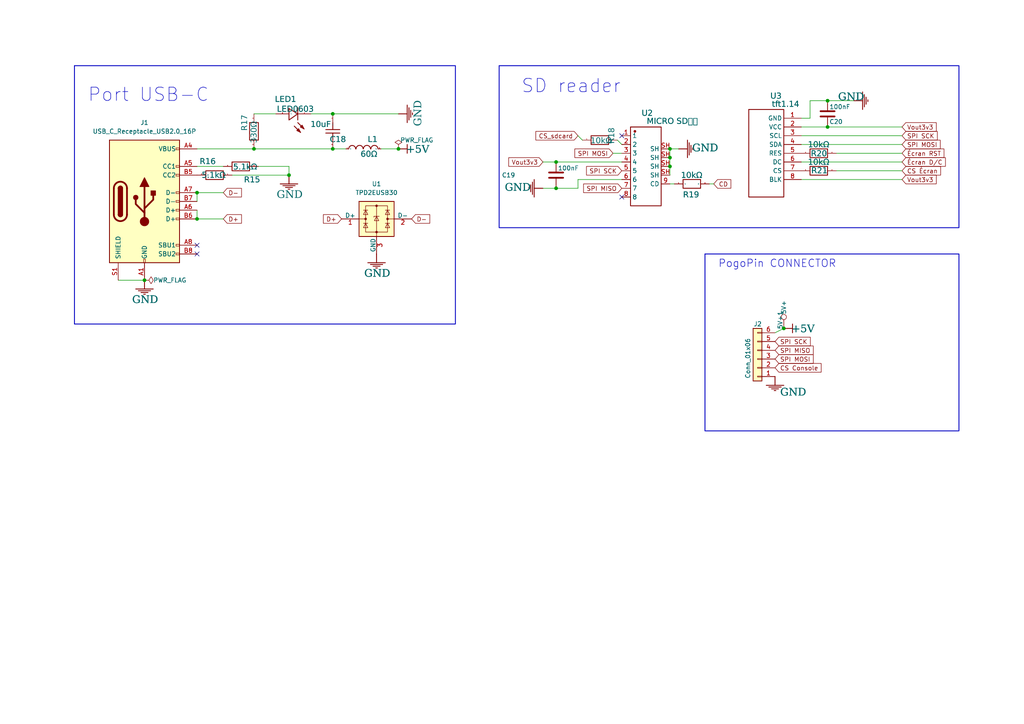
<source format=kicad_sch>
(kicad_sch (version 20250114) (generator "eeschema") (generator_version "9.0")
  (paper "A4")
  (lib_symbols
    (symbol "+5V" (power) (pin_numbers (hide yes)) (pin_names (hide yes))
      (property "Value" "+5V" (at 0 -3.81 0))
      (symbol "+5V_0_0"
        (polyline (pts (xy -1.27 -2.54) (xy 1.27 -2.54)) (stroke (width 0.254)))
        (polyline (pts (xy 0 0) (xy 0 -2.54)) (stroke (width 0.254)))
        (pin power_in line (at 0 0 270) (length 0) (name "+5V") (number "1"))
      )
    )
    (symbol "BLM21PG600SN1D"
      (property "Reference" "L1" (at 1.6002 0.8763 0))
      (property "Value" "60Ω" (at 1.6002 -1.4097 0))
      (symbol "BLM21PG600SN1D_0_0"
        (arc (start 0 4.2672) (mid 0.9906 3.2766) (end 0 2.2606) (stroke (width 0.254)))
        (arc (start 0 2.1336) (mid 1.016 1.1176) (end 0 0.1016) (stroke (width 0.254)))
        (arc (start 0 0) (mid 1.016 -1.016) (end 0 -2.032) (stroke (width 0.254)))
        (arc (start 0 -2.1844) (mid 1.016 -3.2004) (end 0 -4.2164) (stroke (width 0.254)))
        (pin unspecified line (at 0 5.08 270) (length 0.762) (name "1") (number "1"))
        (pin unspecified line (at 0 -5.08 90) (length 0.762) (name "2") (number "2"))
      )
    )
    (symbol "CR0603F360KP05Z_10"
      (property "Reference" "R22" (at -2.159 0.9017 0))
      (property "Value" "10kΩ" (at -3.4544 3.4163 0))
      (symbol "CR0603F360KP05Z_10_0_0"
        (rectangle (start -2.54 1.27) (end 2.54 -1.27) (stroke (width 0.254)))
        (pin unspecified line (at -5.08 0 0) (length 2.54) (name "2") (number "2"))
        (pin unspecified line (at 5.08 0 180) (length 2.54) (name "1") (number "1"))
      )
    )
    (symbol "CR0603F360KP05Z_4"
      (property "Reference" "R2" (at -1.4986 0.9017 0))
      (property "Value" "10kΩ" (at -3.4544 3.4163 0))
      (symbol "CR0603F360KP05Z_4_0_0"
        (rectangle (start -2.54 1.27) (end 2.54 -1.27) (stroke (width 0.254)))
        (pin unspecified line (at -5.08 0 0) (length 2.54) (name "2") (number "2"))
        (pin unspecified line (at 5.08 0 180) (length 2.54) (name "1") (number "1"))
      )
    )
    (symbol "CR0603F360KP05Z_5"
      (property "Reference" "R12" (at -1.4986 0.9017 0))
      (property "Value" "10kΩ" (at -3.4544 3.4163 0))
      (symbol "CR0603F360KP05Z_5_0_0"
        (rectangle (start -2.54 1.27) (end 2.54 -1.27) (stroke (width 0.254)))
        (pin unspecified line (at -5.08 0 0) (length 2.54) (name "2") (number "2"))
        (pin unspecified line (at 5.08 0 180) (length 2.54) (name "1") (number "1"))
      )
    )
    (symbol "CR0603F360KP05Z_6"
      (property "Reference" "R13" (at -2.159 0.9017 0))
      (property "Value" "10kΩ" (at -3.4544 3.4163 0))
      (symbol "CR0603F360KP05Z_6_0_0"
        (rectangle (start -2.54 1.27) (end 2.54 -1.27) (stroke (width 0.254)))
        (pin unspecified line (at -5.08 0 0) (length 2.54) (name "2") (number "2"))
        (pin unspecified line (at 5.08 0 180) (length 2.54) (name "1") (number "1"))
      )
    )
    (symbol "Connector:TestPoint" (pin_numbers (hide yes)) (pin_names (offset 0.762) (hide yes))
      (property "Reference" "TP" (at 0 6.858 0))
      (property "Value" "TestPoint" (at 0 5.08 0))
      (symbol "TestPoint_0_1"
        (circle (center 0 3.302) (radius 0.762))
      )
      (symbol "TestPoint_1_1"
        (pin passive line (at 0 0 90) (length 2.54) (name "1") (number "1"))
      )
    )
    (symbol "Connector:USB_C_Receptacle_USB2.0_16P" (pin_names (offset 1.016))
      (property "Reference" "J" (at 0 22.225 0))
      (property "Value" "USB_C_Receptacle_USB2.0_16P" (at 0 19.685 0))
      (symbol "USB_C_Receptacle_USB2.0_16P_0_0"
        (rectangle (start -0.254 -17.78) (end 0.254 -16.764))
        (rectangle (start 10.16 15.494) (end 9.144 14.986))
        (rectangle (start 10.16 10.414) (end 9.144 9.906))
        (rectangle (start 10.16 7.874) (end 9.144 7.366))
        (rectangle (start 10.16 2.794) (end 9.144 2.286))
        (rectangle (start 10.16 0.254) (end 9.144 -0.254))
        (rectangle (start 10.16 -2.286) (end 9.144 -2.794))
        (rectangle (start 10.16 -4.826) (end 9.144 -5.334))
        (rectangle (start 10.16 -12.446) (end 9.144 -12.954))
        (rectangle (start 10.16 -14.986) (end 9.144 -15.494))
      )
      (symbol "USB_C_Receptacle_USB2.0_16P_0_1"
        (rectangle (start -10.16 17.78) (end 10.16 -17.78) (stroke (width 0.254)) (fill (type background)))
        (polyline (pts (xy -8.89 -3.81) (xy -8.89 3.81)) (stroke (width 0.508)))
        (rectangle (start -7.62 -3.81) (end -6.35 3.81) (stroke (width 0.254)) (fill (type outline)))
        (arc (start -7.62 3.81) (mid -6.985 4.4423) (end -6.35 3.81) (stroke (width 0.254)))
        (arc (start -7.62 3.81) (mid -6.985 4.4423) (end -6.35 3.81) (stroke (width 0.254)) (fill (type outline)))
        (arc (start -8.89 3.81) (mid -6.985 5.7067) (end -5.08 3.81) (stroke (width 0.508)))
        (arc (start -5.08 -3.81) (mid -6.985 -5.7067) (end -8.89 -3.81) (stroke (width 0.508)))
        (arc (start -6.35 -3.81) (mid -6.985 -4.4423) (end -7.62 -3.81) (stroke (width 0.254)))
        (arc (start -6.35 -3.81) (mid -6.985 -4.4423) (end -7.62 -3.81) (stroke (width 0.254)) (fill (type outline)))
        (polyline (pts (xy -5.08 3.81) (xy -5.08 -3.81)) (stroke (width 0.508)))
        (circle (center -2.54 1.143) (radius 0.635) (stroke (width 0.254)) (fill (type outline)))
        (polyline (pts (xy -1.27 4.318) (xy 0 6.858) (xy 1.27 4.318) (xy -1.27 4.318)) (stroke (width 0.254)) (fill (type outline)))
        (polyline (pts (xy 0 -2.032) (xy 2.54 0.508) (xy 2.54 1.778)) (stroke (width 0.508)))
        (polyline (pts (xy 0 -3.302) (xy -2.54 -0.762) (xy -2.54 0.508)) (stroke (width 0.508)))
        (polyline (pts (xy 0 -5.842) (xy 0 4.318)) (stroke (width 0.508)))
        (circle (center 0 -5.842) (radius 1.27) (fill (type outline)))
        (rectangle (start 1.905 1.778) (end 3.175 3.048) (stroke (width 0.254)) (fill (type outline)))
      )
      (symbol "USB_C_Receptacle_USB2.0_16P_1_1"
        (pin passive line (at -7.62 -22.86 90) (length 5.08) (name "SHIELD") (number "S1"))
        (pin passive line (at 0 -22.86 90) (length 5.08) (name "GND") (number "A1"))
        (pin passive line (at 0 -22.86 90) (length 5.08) (hide yes) (name "GND") (number "A12"))
        (pin passive line (at 0 -22.86 90) (length 5.08) (hide yes) (name "GND") (number "B1"))
        (pin passive line (at 0 -22.86 90) (length 5.08) (hide yes) (name "GND") (number "B12"))
        (pin passive line (at 15.24 15.24 180) (length 5.08) (name "VBUS") (number "A4"))
        (pin passive line (at 15.24 15.24 180) (length 5.08) (hide yes) (name "VBUS") (number "A9"))
        (pin passive line (at 15.24 15.24 180) (length 5.08) (hide yes) (name "VBUS") (number "B4"))
        (pin passive line (at 15.24 15.24 180) (length 5.08) (hide yes) (name "VBUS") (number "B9"))
        (pin bidirectional line (at 15.24 10.16 180) (length 5.08) (name "CC1") (number "A5"))
        (pin bidirectional line (at 15.24 7.62 180) (length 5.08) (name "CC2") (number "B5"))
        (pin bidirectional line (at 15.24 2.54 180) (length 5.08) (name "D-") (number "A7"))
        (pin bidirectional line (at 15.24 0 180) (length 5.08) (name "D-") (number "B7"))
        (pin bidirectional line (at 15.24 -2.54 180) (length 5.08) (name "D+") (number "A6"))
        (pin bidirectional line (at 15.24 -5.08 180) (length 5.08) (name "D+") (number "B6"))
        (pin bidirectional line (at 15.24 -12.7 180) (length 5.08) (name "SBU1") (number "A8"))
        (pin bidirectional line (at 15.24 -15.24 180) (length 5.08) (name "SBU2") (number "B8"))
      )
    )
    (symbol "Connector_Generic:Conn_01x06" (pin_names (offset 1.016) (hide yes))
      (property "Reference" "J" (at 0 7.62 0))
      (property "Value" "Conn_01x06" (at 0 -10.16 0))
      (symbol "Conn_01x06_1_1"
        (rectangle (start -1.27 6.35) (end 1.27 -8.89) (stroke (width 0.254)) (fill (type background)))
        (rectangle (start -1.27 5.207) (end 0 4.953) (stroke (width 0.1524)))
        (rectangle (start -1.27 2.667) (end 0 2.413) (stroke (width 0.1524)))
        (rectangle (start -1.27 0.127) (end 0 -0.127) (stroke (width 0.1524)))
        (rectangle (start -1.27 -2.413) (end 0 -2.667) (stroke (width 0.1524)))
        (rectangle (start -1.27 -4.953) (end 0 -5.207) (stroke (width 0.1524)))
        (rectangle (start -1.27 -7.493) (end 0 -7.747) (stroke (width 0.1524)))
        (pin passive line (at -5.08 5.08 0) (length 3.81) (name "Pin_1") (number "1"))
        (pin passive line (at -5.08 2.54 0) (length 3.81) (name "Pin_2") (number "2"))
        (pin passive line (at -5.08 0 0) (length 3.81) (name "Pin_3") (number "3"))
        (pin passive line (at -5.08 -2.54 0) (length 3.81) (name "Pin_4") (number "4"))
        (pin passive line (at -5.08 -5.08 0) (length 3.81) (name "Pin_5") (number "5"))
        (pin passive line (at -5.08 -7.62 0) (length 3.81) (name "Pin_6") (number "6"))
      )
    )
    (symbol "Device:C" (pin_numbers (hide yes)) (pin_names (offset 0.254))
      (property "Reference" "C" (at 0.635 2.54 0))
      (property "Value" "C" (at 0.635 -2.54 0))
      (symbol "C_0_1"
        (polyline (pts (xy -2.032 0.762) (xy 2.032 0.762)) (stroke (width 0.508)))
        (polyline (pts (xy -2.032 -0.762) (xy 2.032 -0.762)) (stroke (width 0.508)))
      )
      (symbol "C_1_1"
        (pin passive line (at 0 3.81 270) (length 2.794) (name "~") (number "1"))
        (pin passive line (at 0 -3.81 90) (length 2.794) (name "~") (number "2"))
      )
    )
    (symbol "GND" (power) (pin_numbers (hide yes)) (pin_names (hide yes))
      (property "Value" "GND" (at 0 -6.35 0))
      (symbol "GND_0_0"
        (polyline (pts (xy -2.54 -2.54) (xy 2.54 -2.54)) (stroke (width 0.254)))
        (polyline (pts (xy -1.778 -3.048) (xy 1.778 -3.048)) (stroke (width 0.254)))
        (polyline (pts (xy -1.016 -3.556) (xy 1.016 -3.556)) (stroke (width 0.254)))
        (polyline (pts (xy -0.254 -4.064) (xy 0.254 -4.064)) (stroke (width 0.254)))
        (polyline (pts (xy 0 0) (xy 0 -2.54)) (stroke (width 0.254)))
        (pin power_in line (at 0 0 270) (length 0) (name "GND") (number "1"))
      )
    )
    (symbol "MICRO SD卡座"
      (property "Reference" "U51" (at -0.5842 15.0241 0))
      (property "Value" "MICRO SD卡座" (at -0.5842 12.7381 0))
      (symbol "MICRO SD卡座_0_0"
        (rectangle (start -3.81 10.16) (end 5.08 -12.7) (stroke (width 0.254)))
        (circle (center -2.54 8.89) (radius 0.254) (stroke (width 0.254)) (fill (type outline)))
        (pin unspecified line (at -6.35 7.62 0) (length 2.54) (name "1") (number "1"))
        (pin unspecified line (at -6.35 5.08 0) (length 2.54) (name "2") (number "2"))
        (pin unspecified line (at -6.35 2.54 0) (length 2.54) (name "3") (number "3"))
        (pin unspecified line (at -6.35 0 0) (length 2.54) (name "4") (number "4"))
        (pin unspecified line (at -6.35 -2.54 0) (length 2.54) (name "5") (number "5"))
        (pin unspecified line (at -6.35 -5.08 0) (length 2.54) (name "6") (number "6"))
        (pin unspecified line (at -6.35 -7.62 0) (length 2.54) (name "7") (number "7"))
        (pin unspecified line (at -6.35 -10.16 0) (length 2.54) (name "8") (number "8"))
      )
      (symbol "MICRO SD卡座_1_0"
        (pin unspecified line (at 7.62 3.81 180) (length 2.54) (name "SH") (number "SH"))
        (pin unspecified line (at 7.62 1.27 180) (length 2.54) (name "SH") (number "SH"))
        (pin unspecified line (at 7.62 -1.27 180) (length 2.54) (name "SH") (number "SH"))
        (pin unspecified line (at 7.62 -3.81 180) (length 2.54) (name "SH") (number "SH"))
      )
      (symbol "MICRO SD卡座_1_1"
        (pin input line (at 7.62 -6.35 180) (length 2.54) (name "CD") (number "9"))
      )
    )
    (symbol "Power_Protection:TPD2EUSB30" (pin_names (offset 0))
      (property "Reference" "U" (at 0 6.35 0))
      (property "Value" "TPD2EUSB30" (at 7.62 -7.62 0))
      (symbol "TPD2EUSB30_0_1"
        (rectangle (start -5.08 5.08) (end 5.08 -5.08) (stroke (width 0.254)) (fill (type background)))
        (polyline (pts (xy -5.08 0) (xy -3.175 0)))
        (polyline (pts (xy -3.81 2.54) (xy -2.54 2.54)))
        (polyline (pts (xy -3.81 -1.27) (xy -2.54 -1.27)))
        (rectangle (start -3.175 3.81) (end 3.175 -3.81))
        (circle (center -3.175 0) (radius 0.2794) (fill (type outline)))
        (polyline (pts (xy -2.54 1.27) (xy -3.81 1.27) (xy -3.175 2.54) (xy -2.54 1.27)))
        (polyline (pts (xy -2.54 -2.54) (xy -3.81 -2.54) (xy -3.175 -1.27) (xy -2.54 -2.54)))
        (circle (center 0 3.81) (radius 0.2794) (fill (type outline)))
        (polyline (pts (xy 0 3.81) (xy 0 -5.08)))
        (circle (center 0 -3.81) (radius 0.2794) (fill (type outline)))
        (polyline (pts (xy 0.635 -0.508) (xy -0.635 -0.508) (xy 0 0.762) (xy 0.635 -0.508)))
        (polyline (pts (xy 0.762 0.762) (xy -0.762 0.762) (xy -0.762 0.508)))
        (polyline (pts (xy 2.54 2.54) (xy 3.81 2.54)))
        (polyline (pts (xy 2.54 -1.27) (xy 3.81 -1.27)))
        (circle (center 3.175 0) (radius 0.2794) (fill (type outline)))
        (polyline (pts (xy 3.81 1.27) (xy 2.54 1.27) (xy 3.175 2.54) (xy 3.81 1.27)))
        (polyline (pts (xy 3.81 -2.54) (xy 2.54 -2.54) (xy 3.175 -1.27) (xy 3.81 -2.54)))
        (polyline (pts (xy 5.08 0) (xy 3.175 0)))
      )
      (symbol "TPD2EUSB30_1_1"
        (pin passive line (at -10.16 0 0) (length 5.08) (name "D+") (number "1"))
        (pin passive line (at 0 -10.16 90) (length 5.08) (name "GND") (number "3"))
        (pin passive line (at 10.16 0 180) (length 5.08) (name "D-") (number "2"))
      )
    )
    (symbol "TC0250D3300TCC"
      (property "Reference" "R17" (at -5.969 3.3655 0))
      (property "Value" "330Ω" (at -7.9248 0.8509 0))
      (symbol "TC0250D3300TCC_0_0"
        (rectangle (start -1.27 2.54) (end 1.27 -2.54) (stroke (width 0.254)))
        (pin unspecified line (at 0 5.08 270) (length 2.54) (name "1") (number "1"))
        (pin unspecified line (at 0 -5.08 90) (length 2.54) (name "2") (number "2"))
      )
    )
    (symbol "V106M0402X5R6R3NCT_8"
      (property "Reference" "C18" (at -2.159 6.7691 0))
      (property "Value" "10uF" (at -2.159 4.4831 0))
      (symbol "V106M0402X5R6R3NCT_8_0_0"
        (polyline (pts (xy -2.54 0) (xy -0.508 0)) (stroke (width 0.254)))
        (polyline (pts (xy -0.508 -2.032) (xy -0.508 2.032)) (stroke (width 0.254)))
        (polyline (pts (xy 0.508 2.032) (xy 0.508 -2.032)) (stroke (width 0.254)))
        (polyline (pts (xy 0.508 0) (xy 2.54 0)) (stroke (width 0.254)))
        (pin unspecified line (at -5.08 0 0) (length 2.54) (name "2") (number "2"))
        (pin unspecified line (at 5.08 0 180) (length 2.54) (name "1") (number "1"))
      )
    )
    (symbol "WR04X512 JTL"
      (property "Reference" "R16" (at -1.4986 6.0071 0))
      (property "Value" "5.1kΩ" (at -1.4986 3.7211 0))
      (symbol "WR04X512 JTL_0_0"
        (rectangle (start -2.54 1.27) (end 2.54 -1.27) (stroke (width 0.254)))
        (pin unspecified line (at -5.08 0 0) (length 2.54) (name "1") (number "1"))
        (pin unspecified line (at 5.08 0 180) (length 2.54) (name "2") (number "2"))
      )
    )
    (symbol "WR04X512 JTL_1"
      (property "Reference" "R15" (at -1.4986 6.0071 0))
      (property "Value" "5.1kΩ" (at -1.4986 3.7211 0))
      (symbol "WR04X512 JTL_1_0_0"
        (rectangle (start -2.54 1.27) (end 2.54 -1.27) (stroke (width 0.254)))
        (pin unspecified line (at -5.08 0 0) (length 2.54) (name "1") (number "1"))
        (pin unspecified line (at 5.08 0 180) (length 2.54) (name "2") (number "2"))
      )
    )
    (symbol "power:PWR_FLAG" (power) (pin_numbers (hide yes)) (pin_names (offset 0) (hide yes))
      (property "Value" "PWR_FLAG" (at 0 3.81 0))
      (symbol "PWR_FLAG_0_0"
        (pin power_out line (at 0 0 90) (length 0) (name "~") (number "1"))
      )
      (symbol "PWR_FLAG_0_1"
        (polyline (pts (xy 0 0) (xy 0 1.27) (xy -1.016 1.905) (xy 0 2.54) (xy 1.016 1.905) (xy 0 1.27)))
      )
    )
    (symbol "tft1.14"
      (property "Reference" "U4" (at 1.1938 17.4625 0))
      (property "Value" "tft1.14" (at 1.1938 15.1511 0))
      (symbol "tft1.14_0_0"
        (rectangle (start -5.08 12.7) (end 5.08 -12.7) (stroke (width 0.254)))
        (pin unspecified line (at 10.16 10.16 180) (length 5.08) (name "GND") (number "1"))
        (pin unspecified line (at 10.16 7.62 180) (length 5.08) (name "VCC") (number "2"))
        (pin unspecified line (at 10.16 5.08 180) (length 5.08) (name "SCL") (number "3"))
        (pin unspecified line (at 10.16 2.54 180) (length 5.08) (name "SDA") (number "4"))
        (pin unspecified line (at 10.16 0 180) (length 5.08) (name "RES") (number "5"))
        (pin unspecified line (at 10.16 -2.54 180) (length 5.08) (name "DC") (number "6"))
        (pin unspecified line (at 10.16 -5.08 180) (length 5.08) (name "CS") (number "7"))
        (pin unspecified line (at 10.16 -7.62 180) (length 5.08) (name "BLK") (number "8"))
      )
    )
    (symbol "绿色LED0603"
      (property "Reference" "U12" (at -4.699 8.4963 0))
      (property "Value" "绿色LED0603" (at -12.3698 5.9563 0))
      (symbol "绿色LED0603_0_0"
        (polyline (pts (xy -1.27 4.064) (xy 1.27 2.54) (xy -1.27 0.762) (xy -1.27 4.064)) (stroke (width 0.254)))
        (polyline (pts (xy 0.254 -1.016) (xy 2.032 -2.794)) (stroke (width 0.254)))
        (polyline (pts (xy 1.27 4.318) (xy 1.27 0.762)) (stroke (width 0.254)))
        (polyline (pts (xy 1.27 0) (xy 3.048 -1.778)) (stroke (width 0.254)))
        (polyline (pts (xy 2.032 -2.794) (xy 1.016 -2.286) (xy 1.524 -1.778) (xy 2.032 -2.794)) (stroke (width 0.254)))
        (polyline (pts (xy 3.048 -1.778) (xy 2.032 -1.27) (xy 2.54 -0.762) (xy 3.048 -1.778)) (stroke (width 0.254)))
        (pin unspecified line (at -5.08 2.54 0) (length 3.81) (name "+") (number "2"))
        (pin unspecified line (at 5.08 2.54 180) (length 3.81) (name "-") (number "1"))
      )
    )
  )
  (rectangle (start 204.47 73.66) (end 278.13 124.968) (stroke (width 0.254)))
  (rectangle (start 21.59 19.05) (end 132.08 93.98) (stroke (width 0.254)))
  (rectangle (start 144.78 19.05) (end 278.13 66.04) (stroke (width 0.254)))
  (text "SD reader" (at 151.13 22.8092 0) (effects (font (size 3.8608 3.8608)) (justify left top)))
  (text "PogoPin CONNECTOR" (at 208.28 75.2983 0) (effects (font (size 2.1717 2.1717)) (justify left top)))
  (text "Port USB-C" (at 25.4 25.3492 0) (effects (font (size 3.8608 3.8608)) (justify left top)))
  (junction (at 194.31 43.18))
  (junction (at 194.31 48.26))
  (junction (at 41.91 81.28))
  (junction (at 57.15 55.88))
  (junction (at 115.57 43.18))
  (junction (at 240.03 36.83))
  (junction (at 96.52 43.18))
  (junction (at 83.82 50.8))
  (junction (at 161.29 54.61))
  (junction (at 240.03 29.21))
  (junction (at 194.31 45.72))
  (junction (at 161.29 46.99))
  (junction (at 73.66 43.18))
  (junction (at 96.52 33.02))
  (junction (at 57.15 63.5))
  (junction (at 227.33 95.25))
  (no_connect (at 180.34 39.37))
  (no_connect (at 57.15 71.12))
  (no_connect (at 180.34 57.15))
  (no_connect (at 57.15 73.66))
  (wire (pts (xy 96.52 43.18) (xy 100.33 43.18)))
  (wire (pts (xy 234.95 34.29) (xy 234.95 29.21)))
  (wire (pts (xy 261.62 44.45) (xy 242.57 44.45)))
  (wire (pts (xy 261.62 41.91) (xy 232.41 41.91)))
  (wire (pts (xy 194.31 48.26) (xy 194.31 45.72)))
  (wire (pts (xy 261.62 46.99) (xy 232.41 46.99)))
  (wire (pts (xy 90.17 33.02) (xy 96.52 33.02)))
  (wire (pts (xy 232.41 34.29) (xy 234.95 34.29)))
  (wire (pts (xy 161.29 54.61) (xy 167.64 54.61)))
  (wire (pts (xy 57.15 55.88) (xy 57.15 58.42)))
  (wire (pts (xy 194.31 50.8) (xy 194.31 48.26)))
  (wire (pts (xy 157.48 46.99) (xy 161.29 46.99)))
  (wire (pts (xy 64.77 48.26) (xy 57.15 48.26)))
  (wire (pts (xy 234.95 29.21) (xy 240.03 29.21)))
  (wire (pts (xy 232.41 52.07) (xy 261.62 52.07)))
  (wire (pts (xy 57.15 43.18) (xy 73.66 43.18)))
  (wire (pts (xy 57.15 60.96) (xy 57.15 63.5)))
  (wire (pts (xy 167.64 52.07) (xy 180.34 52.07)))
  (wire (pts (xy 161.29 46.99) (xy 180.34 46.99)))
  (wire (pts (xy 74.93 48.26) (xy 83.82 48.26)))
  (wire (pts (xy 64.77 55.88) (xy 57.15 55.88)))
  (wire (pts (xy 195.58 53.34) (xy 194.31 53.34)))
  (wire (pts (xy 67.31 50.8) (xy 83.82 50.8)))
  (wire (pts (xy 207.01 53.34) (xy 205.74 53.34)))
  (wire (pts (xy 177.8 44.45) (xy 180.34 44.45)))
  (wire (pts (xy 194.31 43.18) (xy 196.85 43.18)))
  (wire (pts (xy 167.64 39.37) (xy 168.91 40.64)))
  (wire (pts (xy 96.52 33.02) (xy 115.57 33.02)))
  (wire (pts (xy 110.49 43.18) (xy 115.57 43.18)))
  (wire (pts (xy 261.62 39.37) (xy 232.41 39.37)))
  (wire (pts (xy 240.03 29.21) (xy 247.65 29.21)))
  (wire (pts (xy 261.62 36.83) (xy 240.03 36.83)))
  (wire (pts (xy 80.01 33.02) (xy 73.66 33.02)))
  (wire (pts (xy 73.66 43.18) (xy 96.52 43.18)))
  (wire (pts (xy 157.48 54.61) (xy 161.29 54.61)))
  (wire (pts (xy 179.07 40.64) (xy 180.34 41.91)))
  (wire (pts (xy 227.33 95.25) (xy 224.79 96.52)))
  (wire (pts (xy 167.64 54.61) (xy 167.64 52.07)))
  (wire (pts (xy 261.62 49.53) (xy 242.57 49.53)))
  (wire (pts (xy 83.82 48.26) (xy 83.82 50.8)))
  (wire (pts (xy 41.91 81.28) (xy 34.29 81.28)))
  (wire (pts (xy 64.77 63.5) (xy 57.15 63.5)))
  (wire (pts (xy 240.03 36.83) (xy 232.41 36.83)))
  (wire (pts (xy 194.31 45.72) (xy 194.31 43.18)))
  (global_label "SPI SCK" (shape input) (at 224.79 99.06 0) (property "Intersheetrefs" "${INTERSHEET_REFS}" (effects (hide yes))))
  (global_label "CS Console" (shape input) (at 224.79 106.68 0) (property "Intersheetrefs" "${INTERSHEET_REFS}" (effects (hide yes))))
  (global_label "D+" (shape input) (at 64.77 63.5 0) (property "Intersheetrefs" "${INTERSHEET_REFS}" (effects (hide yes))))
  (global_label "D-" (shape input) (at 119.38 63.5 0) (property "Intersheetrefs" "${INTERSHEET_REFS}" (effects (hide yes))))
  (global_label "CS_sdcard" (shape input) (at 167.64 39.37 180) (property "Intersheetrefs" "${INTERSHEET_REFS}" (effects (hide yes))))
  (global_label "CD" (shape input) (at 207.01 53.34 0) (property "Intersheetrefs" "${INTERSHEET_REFS}" (effects (hide yes))))
  (global_label "D+" (shape input) (at 99.06 63.5 180) (property "Intersheetrefs" "${INTERSHEET_REFS}" (effects (hide yes))))
  (global_label "SPI MOSI" (shape input) (at 224.79 104.14 0) (property "Intersheetrefs" "${INTERSHEET_REFS}" (effects (hide yes))))
  (global_label "Vout3v3" (shape input) (at 157.48 46.99 180) (property "Intersheetrefs" "${INTERSHEET_REFS}" (effects (hide yes))))
  (global_label "SPI SCK" (shape input) (at 261.62 39.37 0) (property "Intersheetrefs" "${INTERSHEET_REFS}" (effects (hide yes))))
  (global_label "SPI MISO" (shape input) (at 180.34 54.61 180) (property "Intersheetrefs" "${INTERSHEET_REFS}" (effects (hide yes))))
  (global_label "D-" (shape input) (at 64.77 55.88 0) (property "Intersheetrefs" "${INTERSHEET_REFS}" (effects (hide yes))))
  (global_label "Écran RST" (shape input) (at 261.62 44.45 0) (property "Intersheetrefs" "${INTERSHEET_REFS}" (effects (hide yes))))
  (global_label "Vout3v3" (shape input) (at 261.62 36.83 0) (property "Intersheetrefs" "${INTERSHEET_REFS}" (effects (hide yes))))
  (global_label "SPI SCK" (shape input) (at 180.34 49.53 180) (property "Intersheetrefs" "${INTERSHEET_REFS}" (effects (hide yes))))
  (global_label "CS Écran" (shape input) (at 261.62 49.53 0) (property "Intersheetrefs" "${INTERSHEET_REFS}" (effects (hide yes))))
  (global_label "SPI MOSI" (shape input) (at 177.8 44.45 180) (property "Intersheetrefs" "${INTERSHEET_REFS}" (effects (hide yes))))
  (global_label "SPI MOSI" (shape input) (at 261.62 41.91 0) (property "Intersheetrefs" "${INTERSHEET_REFS}" (effects (hide yes))))
  (global_label "SPI MISO" (shape input) (at 224.79 101.6 0) (property "Intersheetrefs" "${INTERSHEET_REFS}" (effects (hide yes))))
  (global_label "Écran D{slash}C" (shape input) (at 261.62 46.99 0) (property "Intersheetrefs" "${INTERSHEET_REFS}" (effects (hide yes))))
  (global_label "Vout3v3" (shape input) (at 261.62 52.07 0) (property "Intersheetrefs" "${INTERSHEET_REFS}" (effects (hide yes))))
  (symbol (lib_id "CR0603F360KP05Z_4") (at 200.66 53.34 0) (unit 1)
    (property "Reference" "R19" (at 198.12 55.626 0) (effects (font (size 1.6891 1.6891)) (justify left top)))
    (property "Value" "10kΩ" (at 197.2056 49.9237 0) (effects (font (size 1.6891 1.6891)) (justify left top)))
    (property "Footprint" "Resistor_SMD:R_0603_1608Metric" (effects (hide yes)))
    (property "Manufacturer Part" "CR0603F360KP05Z" (effects (hide yes)))
    (property "Manufacturer" "EVER OHMS(天二科技)" (effects (hide yes)))
    (property "Supplier Part" "C881358" (effects (hide yes)))
    (property "Supplier" "LCSC" (effects (hide yes)))
  )
  (symbol (lib_id "MICRO SD卡座") (at 186.69 46.99 0) (unit 1)
    (property "Reference" "U2" (at 186.1058 31.9659 0) (effects (font (size 1.6891 1.6891)) (justify left top)))
    (property "Value" "MICRO SD卡座" (at 186.1058 34.2519 0) (effects (font (size 1.6891 1.6891)) (justify left top)))
    (property "Footprint" "Library_custom:J_SD_Card-micro_socket_A" (effects (hide yes)))
    (property "Manufacturer Part" "micro sd卡座" (effects (hide yes)))
    (property "Manufacturer" "null" (effects (hide yes)))
    (property "Supplier Part" "C2837316" (effects (hide yes)))
    (property "Supplier" "LCSC" (effects (hide yes)))
  )
  (symbol (lib_id "power:PWR_FLAG") (at 115.57 43.18 0) (unit 1)
    (property "Reference" "#FLG02" (effects (hide yes)))
    (property "Value" "PWR_FLAG" (at 120.904 40.64 0))
    (property "Description" "Special symbol for telling ERC where power comes from" (effects (hide yes)))
  )
  (symbol (lib_id "CR0603F360KP05Z_5") (at 173.99 40.64 0) (unit 1)
    (property "Reference" "R18" (at 176.53 41.656 90) (effects (font (size 1.6891 1.6891)) (justify left top)))
    (property "Value" "10kΩ" (at 170.942 39.878 0) (effects (font (size 1.6891 1.6891)) (justify left top)))
    (property "Footprint" "Resistor_SMD:R_0603_1608Metric" (effects (hide yes)))
    (property "Manufacturer Part" "CR0603F360KP05Z" (effects (hide yes)))
    (property "Manufacturer" "EVER OHMS(天二科技)" (effects (hide yes)))
    (property "Supplier Part" "C881358" (effects (hide yes)))
    (property "Supplier" "LCSC" (effects (hide yes)))
  )
  (symbol (lib_id "GND") (at 115.57 33.02 90) (unit 0)
    (property "Reference" "#PWR019" (effects (hide yes)))
    (property "Value" "GND" (at 122.5042 36.322 0) (effects (font (size 2.1717 2.1717)) (justify left bottom)))
    (property "Description" "Power symbol creates a global label with name 'GND'" (effects (hide yes)))
  )
  (symbol (lib_id "GND") (at 247.65 29.21 90) (unit 0)
    (property "Reference" "#PWR025" (effects (hide yes)))
    (property "Value" "GND" (at 245.618 24.638 -180) (effects (font (size 2.1717 2.1717)) (justify left bottom)))
    (property "Description" "Power symbol creates a global label with name 'GND'" (effects (hide yes)))
  )
  (symbol (lib_id "WR04X512 JTL_1") (at 62.23 50.8 180) (unit 1)
    (property "Reference" "R15" (at 75.438 53.086 0) (effects (font (size 1.6891 1.6891)) (justify left top)))
    (property "Value" "5.1kΩ" (at 65.786 51.816 0) (effects (font (size 1.6891 1.6891)) (justify left top)))
    (property "Footprint" "Resistor_SMD:R_0402_1005Metric" (effects (hide yes)))
    (property "Manufacturer Part" "WR04X512JTL" (effects (hide yes)))
    (property "Manufacturer" "Walsin(华新科)" (effects (hide yes)))
    (property "Supplier Part" "C384321" (effects (hide yes)))
    (property "Supplier" "LCSC" (effects (hide yes)))
  )
  (symbol (lib_id "tft1.14") (at 222.25 44.45 0) (unit 1)
    (property "Reference" "U3" (at 223.4438 26.9875 0) (effects (font (size 1.6891 1.6891)) (justify left top)))
    (property "Value" "tft1.14" (at 223.4438 29.2989 0) (effects (font (size 1.6891 1.6891)) (justify left top)))
    (property "Footprint" "Connector_PinHeader_2.54mm:PinHeader_1x08_P2.54mm_Vertical" (effects (hide yes)))
  )
  (symbol (lib_id "CR0603F360KP05Z_10") (at 237.49 44.45 0) (unit 1)
    (property "Reference" "R20" (at 235.204 43.688 0) (effects (font (size 1.6891 1.6891)) (justify left top)))
    (property "Value" "10kΩ" (at 234.0356 41.0337 0) (effects (font (size 1.6891 1.6891)) (justify left top)))
    (property "Footprint" "Resistor_SMD:R_0603_1608Metric" (effects (hide yes)))
    (property "Manufacturer Part" "CR0603F360KP05Z" (effects (hide yes)))
    (property "Manufacturer" "EVER OHMS(天二科技)" (effects (hide yes)))
    (property "Supplier Part" "C881358" (effects (hide yes)))
    (property "Supplier" "LCSC" (effects (hide yes)))
  )
  (symbol (lib_id "TC0250D3300TCC") (at 73.66 38.1 180) (unit 1)
    (property "Reference" "R17" (at 71.882 33.274 90) (effects (font (size 1.6891 1.6891)) (justify left top)))
    (property "Value" "330Ω" (at 74.676 34.798 90) (effects (font (size 1.6891 1.6891)) (justify left top)))
    (property "Footprint" "Resistor_SMD:R_0603_1608Metric" (effects (hide yes)))
    (property "Manufacturer Part" "TC0250D3300TCC" (effects (hide yes)))
    (property "Manufacturer" "UNI-ROYAL(厚声)" (effects (hide yes)))
    (property "Supplier Part" "C517531" (effects (hide yes)))
    (property "Supplier" "LCSC" (effects (hide yes)))
  )
  (symbol (lib_id "GND") (at 83.82 50.8 0) (unit 0)
    (property "Reference" "#PWR017" (effects (hide yes)))
    (property "Value" "GND" (at 80.518 57.7342 0) (effects (font (size 2.1717 2.1717)) (justify left bottom)))
    (property "Description" "Power symbol creates a global label with name 'GND'" (effects (hide yes)))
  )
  (symbol (lib_id "Connector:TestPoint") (at 227.33 95.25 0) (unit 1)
    (property "Reference" "5V+1" (at 226.314 95.504 90) (effects (justify left)))
    (property "Value" "5V+" (at 227.33 91.186 90) (effects (justify left)))
    (property "Footprint" "TestPoint:TestPoint_Pad_1.5x1.5mm" (effects (hide yes)))
    (property "Description" "test point" (effects (hide yes)))
  )
  (symbol (lib_id "GND") (at 157.48 54.61 270) (unit 0)
    (property "Reference" "#PWR021" (effects (hide yes)))
    (property "Value" "GND" (at 146.685 55.6514 -270) (effects (font (size 2.1717 2.1717)) (justify left bottom)))
    (property "Description" "Power symbol creates a global label with name 'GND'" (effects (hide yes)))
  )
  (symbol (lib_id "BLM21PG600SN1D") (at 105.41 43.18 90) (unit 1)
    (property "Reference" "L1" (at 109.474 41.402 90) (effects (font (size 1.6891 1.6891)) (justify left top)))
    (property "Value" "60Ω" (at 109.728 45.72 90) (effects (font (size 1.6891 1.6891)) (justify left top)))
    (property "Footprint" "Inductor_SMD:L_0805_2012Metric" (effects (hide yes)))
    (property "Manufacturer Part" "BLM21PG600SN1D" (effects (hide yes)))
    (property "Manufacturer" "muRata(村田)" (effects (hide yes)))
    (property "Supplier Part" "C18305" (effects (hide yes)))
    (property "Supplier" "LCSC" (effects (hide yes)))
  )
  (symbol (lib_id "WR04X512 JTL") (at 69.85 48.26 0) (unit 1)
    (property "Reference" "R16" (at 57.912 45.974 0) (effects (font (size 1.6891 1.6891)) (justify left top)))
    (property "Value" "5.1kΩ" (at 67.31 47.498 0) (effects (font (size 1.6891 1.6891)) (justify left top)))
    (property "Footprint" "Resistor_SMD:R_0402_1005Metric" (effects (hide yes)))
    (property "Manufacturer Part" "WR04X512JTL" (effects (hide yes)))
    (property "Manufacturer" "Walsin(华新科)" (effects (hide yes)))
    (property "Supplier Part" "C384321" (effects (hide yes)))
    (property "Supplier" "LCSC" (effects (hide yes)))
  )
  (symbol (lib_id "CR0603F360KP05Z_6") (at 237.49 49.53 0) (unit 1)
    (property "Reference" "R21" (at 235.331 48.6283 0) (effects (font (size 1.6891 1.6891)) (justify left top)))
    (property "Value" "10kΩ" (at 234.0356 46.1137 0) (effects (font (size 1.6891 1.6891)) (justify left top)))
    (property "Footprint" "Resistor_SMD:R_0603_1608Metric" (effects (hide yes)))
    (property "Manufacturer Part" "CR0603F360KP05Z" (effects (hide yes)))
    (property "Manufacturer" "EVER OHMS(天二科技)" (effects (hide yes)))
    (property "Supplier Part" "C881358" (effects (hide yes)))
    (property "Supplier" "LCSC" (effects (hide yes)))
  )
  (symbol (lib_id "Power_Protection:TPD2EUSB30") (at 109.22 63.5 0) (unit 1)
    (property "Reference" "U1" (at 109.22 53.34 0))
    (property "Value" "TPD2EUSB30" (at 109.22 55.88 0))
    (property "Footprint" "Package_TO_SOT_SMD:Texas_DRT-3" (effects (hide yes)))
    (property "Datasheet" "http://www.ti.com/lit/ds/symlink/tpd2eusb30a.pdf" (effects (hide yes)))
    (property "Description" "2-Channel ESD Protection for Super-Speed USB 3.0 Interface, DRT-3" (effects (hide yes)))
  )
  (symbol (lib_id "GND") (at 109.22 73.66 0) (unit 0)
    (property "Reference" "#PWR018" (effects (hide yes)))
    (property "Value" "GND" (at 105.918 80.5942 0) (effects (font (size 2.1717 2.1717)) (justify left bottom)))
    (property "Description" "Power symbol creates a global label with name 'GND'" (effects (hide yes)))
  )
  (symbol (lib_id "GND") (at 224.79 109.22 0) (unit 0)
    (property "Reference" "#PWR023" (effects (hide yes)))
    (property "Value" "GND" (at 226.568 115.062 0) (effects (font (size 2.1717 2.1717)) (justify left bottom)))
    (property "Description" "Power symbol creates a global label with name 'GND'" (effects (hide yes)))
  )
  (symbol (lib_id "Connector_Generic:Conn_01x06") (at 219.71 104.14 180) (unit 1)
    (property "Reference" "J2" (at 220.98 93.98 0) (effects (justify left)))
    (property "Value" "Conn_01x06" (at 216.916 98.044 90) (effects (justify left)))
    (property "Footprint" "Connector_PinHeader_2.54mm:PinHeader_1x06_P2.54mm_Vertical" (effects (hide yes)))
    (property "Description" "Generic connector, single row, 01x06, script generated (kicad-library-utils/schlib/autogen/connector/)" (effects (hide yes)))
  )
  (symbol (lib_id "Device:C") (at 161.29 50.8 0) (unit 1)
    (property "Reference" "C19" (at 145.542 50.8 0) (effects (justify left)))
    (property "Value" "100nF" (at 161.798 48.768 0) (effects (justify left)))
    (property "Footprint" "Capacitor_SMD:C_0603_1608Metric" (effects (hide yes)))
    (property "Description" "Unpolarized capacitor" (effects (hide yes)))
  )
  (symbol (lib_id "+5V") (at 115.57 43.18 90) (mirror x) (unit 1)
    (property "Reference" "#PWR020" (effects (hide yes)))
    (property "Value" "+5V" (at 124.6632 42.1386 -90) (effects (font (size 2.1717 2.1717)) (justify right bottom)))
    (property "Description" "Power symbol creates a global label with name '+5V'" (effects (hide yes)))
  )
  (symbol (lib_id "power:PWR_FLAG") (at 41.91 81.28 270) (unit 1)
    (property "Reference" "#FLG01" (effects (hide yes)))
    (property "Value" "PWR_FLAG" (at 49.276 81.28 90))
    (property "Description" "Special symbol for telling ERC where power comes from" (effects (hide yes)))
  )
  (symbol (lib_id "Connector:USB_C_Receptacle_USB2.0_16P") (at 41.91 58.42 0) (unit 1)
    (property "Reference" "J1" (at 41.91 35.56 0))
    (property "Value" "USB_C_Receptacle_USB2.0_16P" (at 41.91 38.1 0))
    (property "Footprint" "Connector_USB:USB_C_Receptacle_GCT_USB4105-xx-A_16P_TopMnt_Horizontal" (effects (hide yes)))
    (property "Datasheet" "https://www.usb.org/sites/default/files/documents/usb_type-c.zip" (effects (hide yes)))
    (property "Description" "USB 2.0-only 16P Type-C Receptacle connector" (effects (hide yes)))
  )
  (symbol (lib_id "绿色LED0603") (at 85.09 35.56 0) (unit 1)
    (property "Reference" "LED1" (at 79.756 27.94 0) (effects (font (size 1.6891 1.6891)) (justify left top)))
    (property "Value" "LED0603" (at 80.01 30.734 0) (effects (font (size 1.6891 1.6891)) (justify left top)))
    (property "Footprint" "LED_SMD:LED_0603_1608Metric" (effects (hide yes)))
    (property "Manufacturer Part" "绿色LED0603" (effects (hide yes)))
    (property "Manufacturer" "null" (effects (hide yes)))
    (property "Supplier Part" "C9900005570" (effects (hide yes)))
    (property "Supplier" "LCSC" (effects (hide yes)))
  )
  (symbol (lib_id "GND") (at 196.85 43.18 90) (unit 0)
    (property "Reference" "#PWR022" (effects (hide yes)))
    (property "Value" "GND" (at 201.041 44.2214 -90) (effects (font (size 2.1717 2.1717)) (justify left bottom)))
    (property "Description" "Power symbol creates a global label with name 'GND'" (effects (hide yes)))
  )
  (symbol (lib_id "V106M0402X5R6R3NCT_8") (at 96.52 38.1 90) (unit 1)
    (property "Reference" "C18" (at 100.33 41.402 90) (effects (font (size 1.6891 1.6891)) (justify left top)))
    (property "Value" "10uF" (at 96.266 37.084 90) (effects (font (size 1.6891 1.6891)) (justify left top)))
    (property "Footprint" "Capacitor_SMD:C_0603_1608Metric" (effects (hide yes)))
    (property "Manufacturer Part" "V106M0402X5R6R3NCT" (effects (hide yes)))
    (property "Manufacturer" "VIIYONG(微容)" (effects (hide yes)))
    (property "Supplier Part" "C5252391" (effects (hide yes)))
    (property "Supplier" "LCSC" (effects (hide yes)))
  )
  (symbol (lib_id "Device:C") (at 240.03 33.02 0) (unit 1)
    (property "Reference" "C20" (at 240.538 35.306 0) (effects (justify left)))
    (property "Value" "100nF" (at 240.538 30.988 0) (effects (justify left)))
    (property "Footprint" "Capacitor_SMD:C_0603_1608Metric" (effects (hide yes)))
    (property "Description" "Unpolarized capacitor" (effects (hide yes)))
  )
  (symbol (lib_id "GND") (at 41.91 81.28 0) (unit 0)
    (property "Reference" "#PWR016" (effects (hide yes)))
    (property "Value" "GND" (at 38.608 88.2142 0) (effects (font (size 2.1717 2.1717)) (justify left bottom)))
    (property "Description" "Power symbol creates a global label with name 'GND'" (effects (hide yes)))
  )
  (symbol (lib_id "+5V") (at 227.33 95.25 90) (mirror x) (unit 1)
    (property "Reference" "#PWR024" (effects (hide yes)))
    (property "Value" "+5V" (at 236.4232 94.2086 -90) (effects (font (size 2.1717 2.1717)) (justify right bottom)))
    (property "Description" "Power symbol creates a global label with name '+5V'" (effects (hide yes)))
  )
)
</source>
